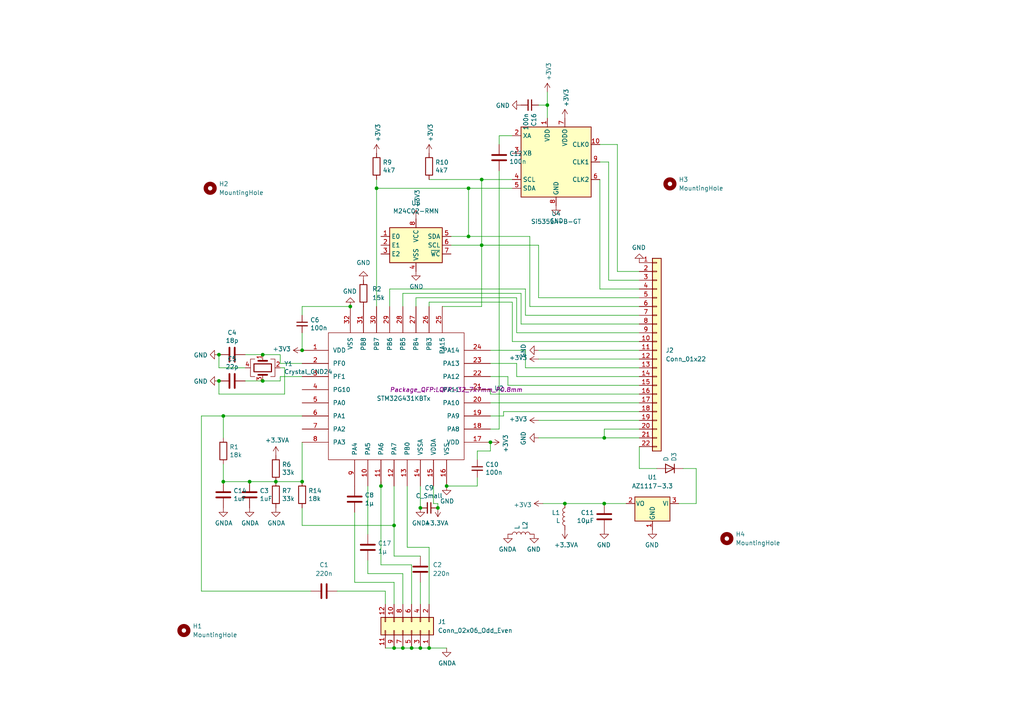
<source format=kicad_sch>
(kicad_sch (version 20211123) (generator eeschema)
  (paper "A4")
  (lib_symbols
    (symbol "C_1" (pin_numbers hide) (pin_names (offset 0.254))
      (property "Reference" "C" (at 0.635 2.54 0))
      (property "Value" "C_1" (at 0.635 -2.54 0))
      (symbol "C_1_0_1"
        (polyline (pts (xy -2.032 -0.762) (xy 2.032 -0.762)) (stroke (width 0.508)))
        (polyline (pts (xy -2.032 0.762) (xy 2.032 0.762)) (stroke (width 0.508)))
      )
      (symbol "C_1_1_1"
        (pin passive line (at 0 3.81 270) (length 2.794) (name "~") (number "1"))
        (pin passive line (at 0 -3.81 90) (length 2.794) (name "~") (number "2"))
      )
    )
    (symbol "Connector_Generic:Conn_01x22" (pin_names (offset 1.016) hide)
      (property "Reference" "J" (at 0 27.94 0))
      (property "Value" "Conn_01x22" (at 0 -30.48 0))
      (symbol "Conn_01x22_1_1"
        (rectangle (start -1.27 -27.813) (end 0 -28.067) (stroke (width 0.1524)))
        (rectangle (start -1.27 -25.273) (end 0 -25.527) (stroke (width 0.1524)))
        (rectangle (start -1.27 -22.733) (end 0 -22.987) (stroke (width 0.1524)))
        (rectangle (start -1.27 -20.193) (end 0 -20.447) (stroke (width 0.1524)))
        (rectangle (start -1.27 -17.653) (end 0 -17.907) (stroke (width 0.1524)))
        (rectangle (start -1.27 -15.113) (end 0 -15.367) (stroke (width 0.1524)))
        (rectangle (start -1.27 -12.573) (end 0 -12.827) (stroke (width 0.1524)))
        (rectangle (start -1.27 -10.033) (end 0 -10.287) (stroke (width 0.1524)))
        (rectangle (start -1.27 -7.493) (end 0 -7.747) (stroke (width 0.1524)))
        (rectangle (start -1.27 -4.953) (end 0 -5.207) (stroke (width 0.1524)))
        (rectangle (start -1.27 -2.413) (end 0 -2.667) (stroke (width 0.1524)))
        (rectangle (start -1.27 0.127) (end 0 -0.127) (stroke (width 0.1524)))
        (rectangle (start -1.27 2.667) (end 0 2.413) (stroke (width 0.1524)))
        (rectangle (start -1.27 5.207) (end 0 4.953) (stroke (width 0.1524)))
        (rectangle (start -1.27 7.747) (end 0 7.493) (stroke (width 0.1524)))
        (rectangle (start -1.27 10.287) (end 0 10.033) (stroke (width 0.1524)))
        (rectangle (start -1.27 12.827) (end 0 12.573) (stroke (width 0.1524)))
        (rectangle (start -1.27 15.367) (end 0 15.113) (stroke (width 0.1524)))
        (rectangle (start -1.27 17.907) (end 0 17.653) (stroke (width 0.1524)))
        (rectangle (start -1.27 20.447) (end 0 20.193) (stroke (width 0.1524)))
        (rectangle (start -1.27 22.987) (end 0 22.733) (stroke (width 0.1524)))
        (rectangle (start -1.27 25.527) (end 0 25.273) (stroke (width 0.1524)))
        (rectangle (start -1.27 26.67) (end 1.27 -29.21) (stroke (width 0.254)) (fill (type background)))
        (pin passive line (at -5.08 25.4 0) (length 3.81) (name "Pin_1") (number "1"))
        (pin passive line (at -5.08 2.54 0) (length 3.81) (name "Pin_10") (number "10"))
        (pin passive line (at -5.08 0 0) (length 3.81) (name "Pin_11") (number "11"))
        (pin passive line (at -5.08 -2.54 0) (length 3.81) (name "Pin_12") (number "12"))
        (pin passive line (at -5.08 -5.08 0) (length 3.81) (name "Pin_13") (number "13"))
        (pin passive line (at -5.08 -7.62 0) (length 3.81) (name "Pin_14") (number "14"))
        (pin passive line (at -5.08 -10.16 0) (length 3.81) (name "Pin_15") (number "15"))
        (pin passive line (at -5.08 -12.7 0) (length 3.81) (name "Pin_16") (number "16"))
        (pin passive line (at -5.08 -15.24 0) (length 3.81) (name "Pin_17") (number "17"))
        (pin passive line (at -5.08 -17.78 0) (length 3.81) (name "Pin_18") (number "18"))
        (pin passive line (at -5.08 -20.32 0) (length 3.81) (name "Pin_19") (number "19"))
        (pin passive line (at -5.08 22.86 0) (length 3.81) (name "Pin_2") (number "2"))
        (pin passive line (at -5.08 -22.86 0) (length 3.81) (name "Pin_20") (number "20"))
        (pin passive line (at -5.08 -25.4 0) (length 3.81) (name "Pin_21") (number "21"))
        (pin passive line (at -5.08 -27.94 0) (length 3.81) (name "Pin_22") (number "22"))
        (pin passive line (at -5.08 20.32 0) (length 3.81) (name "Pin_3") (number "3"))
        (pin passive line (at -5.08 17.78 0) (length 3.81) (name "Pin_4") (number "4"))
        (pin passive line (at -5.08 15.24 0) (length 3.81) (name "Pin_5") (number "5"))
        (pin passive line (at -5.08 12.7 0) (length 3.81) (name "Pin_6") (number "6"))
        (pin passive line (at -5.08 10.16 0) (length 3.81) (name "Pin_7") (number "7"))
        (pin passive line (at -5.08 7.62 0) (length 3.81) (name "Pin_8") (number "8"))
        (pin passive line (at -5.08 5.08 0) (length 3.81) (name "Pin_9") (number "9"))
      )
    )
    (symbol "Connector_Generic:Conn_02x06_Odd_Even" (pin_names (offset 1.016) hide)
      (property "Reference" "J" (at 1.27 7.62 0))
      (property "Value" "Conn_02x06_Odd_Even" (at 1.27 -10.16 0))
      (symbol "Conn_02x06_Odd_Even_1_1"
        (rectangle (start -1.27 -7.493) (end 0 -7.747) (stroke (width 0.1524)))
        (rectangle (start -1.27 -4.953) (end 0 -5.207) (stroke (width 0.1524)))
        (rectangle (start -1.27 -2.413) (end 0 -2.667) (stroke (width 0.1524)))
        (rectangle (start -1.27 0.127) (end 0 -0.127) (stroke (width 0.1524)))
        (rectangle (start -1.27 2.667) (end 0 2.413) (stroke (width 0.1524)))
        (rectangle (start -1.27 5.207) (end 0 4.953) (stroke (width 0.1524)))
        (rectangle (start -1.27 6.35) (end 3.81 -8.89) (stroke (width 0.254)) (fill (type background)))
        (rectangle (start 3.81 -7.493) (end 2.54 -7.747) (stroke (width 0.1524)))
        (rectangle (start 3.81 -4.953) (end 2.54 -5.207) (stroke (width 0.1524)))
        (rectangle (start 3.81 -2.413) (end 2.54 -2.667) (stroke (width 0.1524)))
        (rectangle (start 3.81 0.127) (end 2.54 -0.127) (stroke (width 0.1524)))
        (rectangle (start 3.81 2.667) (end 2.54 2.413) (stroke (width 0.1524)))
        (rectangle (start 3.81 5.207) (end 2.54 4.953) (stroke (width 0.1524)))
        (pin passive line (at -5.08 5.08 0) (length 3.81) (name "Pin_1") (number "1"))
        (pin passive line (at 7.62 -5.08 180) (length 3.81) (name "Pin_10") (number "10"))
        (pin passive line (at -5.08 -7.62 0) (length 3.81) (name "Pin_11") (number "11"))
        (pin passive line (at 7.62 -7.62 180) (length 3.81) (name "Pin_12") (number "12"))
        (pin passive line (at 7.62 5.08 180) (length 3.81) (name "Pin_2") (number "2"))
        (pin passive line (at -5.08 2.54 0) (length 3.81) (name "Pin_3") (number "3"))
        (pin passive line (at 7.62 2.54 180) (length 3.81) (name "Pin_4") (number "4"))
        (pin passive line (at -5.08 0 0) (length 3.81) (name "Pin_5") (number "5"))
        (pin passive line (at 7.62 0 180) (length 3.81) (name "Pin_6") (number "6"))
        (pin passive line (at -5.08 -2.54 0) (length 3.81) (name "Pin_7") (number "7"))
        (pin passive line (at 7.62 -2.54 180) (length 3.81) (name "Pin_8") (number "8"))
        (pin passive line (at -5.08 -5.08 0) (length 3.81) (name "Pin_9") (number "9"))
      )
    )
    (symbol "Device:C" (pin_numbers hide) (pin_names (offset 0.254))
      (property "Reference" "C" (at 0.635 2.54 0))
      (property "Value" "Device_C" (at 0.635 -2.54 0))
      (symbol "C_0_1"
        (polyline (pts (xy -2.032 -0.762) (xy 2.032 -0.762)) (stroke (width 0.508)))
        (polyline (pts (xy -2.032 0.762) (xy 2.032 0.762)) (stroke (width 0.508)))
      )
      (symbol "C_1_1"
        (pin passive line (at 0 3.81 270) (length 2.794) (name "~") (number "1"))
        (pin passive line (at 0 -3.81 90) (length 2.794) (name "~") (number "2"))
      )
    )
    (symbol "Device:C_Small" (pin_numbers hide) (pin_names (offset 0.254) hide)
      (property "Reference" "C" (at 0.254 1.778 0))
      (property "Value" "Device_C_Small" (at 0.254 -2.032 0))
      (symbol "C_Small_0_1"
        (polyline (pts (xy -1.524 -0.508) (xy 1.524 -0.508)) (stroke (width 0.3302)))
        (polyline (pts (xy -1.524 0.508) (xy 1.524 0.508)) (stroke (width 0.3048)))
      )
      (symbol "C_Small_1_1"
        (pin passive line (at 0 2.54 270) (length 2.032) (name "~") (number "1"))
        (pin passive line (at 0 -2.54 90) (length 2.032) (name "~") (number "2"))
      )
    )
    (symbol "Device:Crystal_GND24" (pin_names (offset 1.016) hide)
      (property "Reference" "Y" (at 3.175 5.08 0))
      (property "Value" "Device_Crystal_GND24" (at 3.175 3.175 0))
      (symbol "Crystal_GND24_0_1"
        (rectangle (start -1.143 2.54) (end 1.143 -2.54) (stroke (width 0.3048)))
        (polyline (pts (xy -2.54 0) (xy -2.032 0)))
        (polyline (pts (xy -2.032 -1.27) (xy -2.032 1.27)) (stroke (width 0.508)))
        (polyline (pts (xy 0 -3.81) (xy 0 -3.556)))
        (polyline (pts (xy 0 3.556) (xy 0 3.81)))
        (polyline (pts (xy 2.032 -1.27) (xy 2.032 1.27)) (stroke (width 0.508)))
        (polyline (pts (xy 2.032 0) (xy 2.54 0)))
        (polyline (pts (xy -2.54 -2.286) (xy -2.54 -3.556) (xy 2.54 -3.556) (xy 2.54 -2.286)))
        (polyline (pts (xy -2.54 2.286) (xy -2.54 3.556) (xy 2.54 3.556) (xy 2.54 2.286)))
      )
      (symbol "Crystal_GND24_1_1"
        (pin passive line (at -3.81 0 0) (length 1.27) (name "1") (number "1"))
        (pin passive line (at 0 5.08 270) (length 1.27) (name "2") (number "2"))
        (pin passive line (at 3.81 0 180) (length 1.27) (name "3") (number "3"))
        (pin passive line (at 0 -5.08 90) (length 1.27) (name "4") (number "4"))
      )
    )
    (symbol "Device:D" (pin_numbers hide) (pin_names (offset 1.016) hide)
      (property "Reference" "D" (at 0 2.54 0))
      (property "Value" "Device_D" (at 0 -2.54 0))
      (symbol "D_0_1"
        (polyline (pts (xy -1.27 1.27) (xy -1.27 -1.27)) (stroke (width 0.254)))
        (polyline (pts (xy 1.27 0) (xy -1.27 0)))
        (polyline (pts (xy 1.27 1.27) (xy 1.27 -1.27) (xy -1.27 0) (xy 1.27 1.27)) (stroke (width 0.254)))
      )
      (symbol "D_1_1"
        (pin passive line (at -3.81 0 0) (length 2.54) (name "K") (number "1"))
        (pin passive line (at 3.81 0 180) (length 2.54) (name "A") (number "2"))
      )
    )
    (symbol "Device:L" (pin_numbers hide) (pin_names (offset 1.016) hide)
      (property "Reference" "L" (at -1.27 0 90))
      (property "Value" "Device_L" (at 1.905 0 90))
      (symbol "L_0_1"
        (arc (start 0 -2.54) (mid 0.635 -1.905) (end 0 -1.27))
        (arc (start 0 -1.27) (mid 0.635 -0.635) (end 0 0))
        (arc (start 0 0) (mid 0.635 0.635) (end 0 1.27))
        (arc (start 0 1.27) (mid 0.635 1.905) (end 0 2.54))
      )
      (symbol "L_1_1"
        (pin passive line (at 0 3.81 270) (length 1.27) (name "1") (number "1"))
        (pin passive line (at 0 -3.81 90) (length 1.27) (name "2") (number "2"))
      )
    )
    (symbol "Device:R" (pin_numbers hide) (pin_names (offset 0))
      (property "Reference" "R" (at 2.032 0 90))
      (property "Value" "Device_R" (at 0 0 90))
      (symbol "R_0_1"
        (rectangle (start -1.016 -2.54) (end 1.016 2.54) (stroke (width 0.254)))
      )
      (symbol "R_1_1"
        (pin passive line (at 0 3.81 270) (length 1.27) (name "~") (number "1"))
        (pin passive line (at 0 -3.81 90) (length 1.27) (name "~") (number "2"))
      )
    )
    (symbol "GND_1" (power) (pin_names (offset 0))
      (property "Value" "GND_1" (at 0 -3.81 0))
      (symbol "GND_1_0_1"
        (polyline (pts (xy 0 0) (xy 0 -1.27) (xy 1.27 -1.27) (xy 0 -2.54) (xy -1.27 -1.27) (xy 0 -1.27)))
      )
      (symbol "GND_1_1_1"
        (pin power_in line (at 0 0 270) (length 0) hide (name "GND") (number "1"))
      )
    )
    (symbol "Mechanical:MountingHole" (pin_names (offset 1.016))
      (property "Reference" "H" (at 0 5.08 0))
      (property "Value" "MountingHole" (at 0 3.175 0))
      (symbol "MountingHole_0_1"
        (circle (center 0 0) (radius 1.27) (stroke (width 1.27)))
      )
    )
    (symbol "Memory_EEPROM:M24C02-RMN"
      (property "Reference" "U" (at -6.35 6.35 0))
      (property "Value" "Memory_EEPROM_M24C02-RMN" (at 7.62 6.35 0))
      (symbol "M24C02-RMN_0_1"
        (rectangle (start -7.62 5.08) (end 7.62 -5.08) (stroke (width 0.254)) (fill (type background)))
      )
      (symbol "M24C02-RMN_1_1"
        (pin input line (at -10.16 2.54 0) (length 2.54) (name "E0") (number "1"))
        (pin input line (at -10.16 0 0) (length 2.54) (name "E1") (number "2"))
        (pin input line (at -10.16 -2.54 0) (length 2.54) (name "E2") (number "3"))
        (pin power_in line (at 0 -7.62 90) (length 2.54) (name "VSS") (number "4"))
        (pin bidirectional line (at 10.16 2.54 180) (length 2.54) (name "SDA") (number "5"))
        (pin input line (at 10.16 0 180) (length 2.54) (name "SCL") (number "6"))
        (pin input line (at 10.16 -2.54 180) (length 2.54) (name "~{WC}") (number "7"))
        (pin power_in line (at 0 7.62 270) (length 2.54) (name "VCC") (number "8"))
      )
    )
    (symbol "Oscillator:Si5351A-B-GT"
      (property "Reference" "U" (at -8.89 11.43 0))
      (property "Value" "Oscillator_Si5351A-B-GT" (at -12.7 -12.7 0))
      (symbol "Si5351A-B-GT_0_1"
        (rectangle (start -10.16 10.16) (end 10.16 -10.16) (stroke (width 0.254)) (fill (type background)))
      )
      (symbol "Si5351A-B-GT_1_1"
        (pin power_in line (at -2.54 12.7 270) (length 2.54) (name "VDD") (number "1"))
        (pin output line (at 12.7 5.08 180) (length 2.54) (name "CLK0") (number "10"))
        (pin input line (at -12.7 7.62 0) (length 2.54) (name "XA") (number "2"))
        (pin input line (at -12.7 2.54 0) (length 2.54) (name "XB") (number "3"))
        (pin input line (at -12.7 -5.08 0) (length 2.54) (name "SCL") (number "4"))
        (pin bidirectional line (at -12.7 -7.62 0) (length 2.54) (name "SDA") (number "5"))
        (pin output line (at 12.7 -5.08 180) (length 2.54) (name "CLK2") (number "6"))
        (pin power_in line (at 2.54 12.7 270) (length 2.54) (name "VDDO") (number "7"))
        (pin power_in line (at 0 -12.7 90) (length 2.54) (name "GND") (number "8"))
        (pin output line (at 12.7 0 180) (length 2.54) (name "CLK1") (number "9"))
      )
    )
    (symbol "R_1" (pin_numbers hide) (pin_names (offset 0))
      (property "Reference" "R" (at 2.032 0 90))
      (property "Value" "R_1" (at 0 0 90))
      (symbol "R_1_0_1"
        (rectangle (start -1.016 -2.54) (end 1.016 2.54) (stroke (width 0.254)))
      )
      (symbol "R_1_1_1"
        (pin passive line (at 0 3.81 270) (length 1.27) (name "~") (number "1"))
        (pin passive line (at 0 -3.81 90) (length 1.27) (name "~") (number "2"))
      )
    )
    (symbol "Regulator_Linear:AZ1117-3.3" (pin_names (offset 0.254))
      (property "Reference" "U" (at -3.81 3.175 0))
      (property "Value" "AZ1117-3.3" (at 0 3.175 0))
      (symbol "AZ1117-3.3_0_1"
        (rectangle (start -5.08 1.905) (end 5.08 -5.08) (stroke (width 0.254)) (fill (type background)))
      )
      (symbol "AZ1117-3.3_1_1"
        (pin power_in line (at 0 -7.62 90) (length 2.54) (name "GND") (number "1"))
        (pin power_out line (at 7.62 0 180) (length 2.54) (name "VO") (number "2"))
        (pin power_in line (at -7.62 0 0) (length 2.54) (name "VI") (number "3"))
      )
    )
    (symbol "cesco:STM32G431KBTx" (pin_names (offset 1.27))
      (property "Reference" "U" (at 0 2.54 0))
      (property "Value" "cesco_STM32G431KBTx" (at 0 -2.54 0))
      (property "Footprint" "LQFP32" (at 0 -5.08 0))
      (symbol "STM32G431KBTx_0_1"
        (rectangle (start -21.59 19.05) (end 17.78 -17.78))
      )
      (symbol "STM32G431KBTx_1_1"
        (pin power_in line (at -29.21 13.97 0) (length 7.62) (name "VDD") (number "1"))
        (pin bidirectional line (at -10.16 -25.4 90) (length 7.62) (name "PA5") (number "10"))
        (pin bidirectional line (at -6.35 -25.4 90) (length 7.62) (name "PA6") (number "11"))
        (pin bidirectional line (at -2.54 -25.4 90) (length 7.62) (name "PA7") (number "12"))
        (pin bidirectional line (at 1.27 -25.4 90) (length 7.62) (name "PB0") (number "13"))
        (pin power_in line (at 5.08 -25.4 90) (length 7.62) (name "VSSA") (number "14"))
        (pin power_in line (at 8.89 -25.4 90) (length 7.62) (name "VDDA") (number "15"))
        (pin power_in line (at 12.7 -25.4 90) (length 7.62) (name "VSS") (number "16"))
        (pin power_in line (at 25.4 -12.7 180) (length 7.62) (name "VDD") (number "17"))
        (pin bidirectional line (at 25.4 -8.89 180) (length 7.62) (name "PA8") (number "18"))
        (pin bidirectional line (at 25.4 -5.08 180) (length 7.62) (name "PA9") (number "19"))
        (pin bidirectional line (at -29.21 10.16 0) (length 7.62) (name "PF0") (number "2"))
        (pin bidirectional line (at 25.4 -1.27 180) (length 7.62) (name "PA10") (number "20"))
        (pin bidirectional line (at 25.4 2.54 180) (length 7.62) (name "PA11") (number "21"))
        (pin bidirectional line (at 25.4 6.35 180) (length 7.62) (name "PA12") (number "22"))
        (pin bidirectional line (at 25.4 10.16 180) (length 7.62) (name "PA13") (number "23"))
        (pin bidirectional line (at 25.4 13.97 180) (length 7.62) (name "PA14") (number "24"))
        (pin bidirectional line (at 11.43 26.67 270) (length 7.62) (name "PA15") (number "25"))
        (pin bidirectional line (at 7.62 26.67 270) (length 7.62) (name "PB3") (number "26"))
        (pin bidirectional line (at 3.81 26.67 270) (length 7.62) (name "PB4") (number "27"))
        (pin bidirectional line (at 0 26.67 270) (length 7.62) (name "PB5") (number "28"))
        (pin bidirectional line (at -3.81 26.67 270) (length 7.62) (name "PB6") (number "29"))
        (pin bidirectional line (at -29.21 6.35 0) (length 7.62) (name "PF1") (number "3"))
        (pin bidirectional line (at -7.62 26.67 270) (length 7.62) (name "PB7") (number "30"))
        (pin bidirectional line (at -11.43 26.67 270) (length 7.62) (name "PB8") (number "31"))
        (pin power_in line (at -15.24 26.67 270) (length 7.62) (name "VSS") (number "32"))
        (pin bidirectional line (at -29.21 2.54 0) (length 7.62) (name "PG10") (number "4"))
        (pin bidirectional line (at -29.21 -1.27 0) (length 7.62) (name "PA0") (number "5"))
        (pin bidirectional line (at -29.21 -5.08 0) (length 7.62) (name "PA1") (number "6"))
        (pin bidirectional line (at -29.21 -8.89 0) (length 7.62) (name "PA2") (number "7"))
        (pin bidirectional line (at -29.21 -12.7 0) (length 7.62) (name "PA3") (number "8"))
        (pin bidirectional line (at -13.97 -25.4 90) (length 7.62) (name "PA4") (number "9"))
      )
    )
    (symbol "power:+3.3V" (power) (pin_names (offset 0))
      (property "Value" "power_+3.3V" (at 0 3.556 0))
      (symbol "+3.3V_0_1"
        (polyline (pts (xy -0.762 1.27) (xy 0 2.54)))
        (polyline (pts (xy 0 0) (xy 0 2.54)))
        (polyline (pts (xy 0 2.54) (xy 0.762 1.27)))
      )
      (symbol "+3.3V_1_1"
        (pin power_in line (at 0 0 90) (length 0) hide (name "+3V3") (number "1"))
      )
    )
    (symbol "power:+3.3VA" (power) (pin_names (offset 0))
      (property "Value" "power_+3.3VA" (at 0 3.556 0))
      (symbol "+3.3VA_0_1"
        (polyline (pts (xy -0.762 1.27) (xy 0 2.54)))
        (polyline (pts (xy 0 0) (xy 0 2.54)))
        (polyline (pts (xy 0 2.54) (xy 0.762 1.27)))
      )
      (symbol "+3.3VA_1_1"
        (pin power_in line (at 0 0 90) (length 0) hide (name "+3.3VA") (number "1"))
      )
    )
    (symbol "power:GND" (power) (pin_names (offset 0))
      (property "Value" "power_GND" (at 0 -3.81 0))
      (symbol "GND_0_1"
        (polyline (pts (xy 0 0) (xy 0 -1.27) (xy 1.27 -1.27) (xy 0 -2.54) (xy -1.27 -1.27) (xy 0 -1.27)))
      )
      (symbol "GND_1_1"
        (pin power_in line (at 0 0 270) (length 0) hide (name "GND") (number "1"))
      )
    )
    (symbol "power:GNDA" (power) (pin_names (offset 0))
      (property "Value" "power_GNDA" (at 0 -3.81 0))
      (symbol "GNDA_0_1"
        (polyline (pts (xy 0 0) (xy 0 -1.27) (xy 1.27 -1.27) (xy 0 -2.54) (xy -1.27 -1.27) (xy 0 -1.27)))
      )
      (symbol "GNDA_1_1"
        (pin power_in line (at 0 0 270) (length 0) hide (name "GNDA") (number "1"))
      )
    )
  )
  (junction (at 109.22 54.61))
  (junction (at 64.77 139.7))
  (junction (at 63.5 102.87))
  (junction (at 64.77 120.65))
  (junction (at 124.46 187.96))
  (junction (at 142.24 128.27))
  (junction (at 76.2 102.87))
  (junction (at 163.83 146.05))
  (junction (at 127 147.32))
  (junction (at 110.49 140.97))
  (junction (at 135.89 54.61))
  (junction (at 116.84 187.96))
  (junction (at 72.39 139.7))
  (junction (at 114.3 187.96))
  (junction (at 158.75 30.48))
  (junction (at 139.7 52.07))
  (junction (at 87.63 101.6))
  (junction (at 139.7 71.12))
  (junction (at 76.2 110.49))
  (junction (at 121.92 147.32))
  (junction (at 63.5 110.49))
  (junction (at 119.38 187.96))
  (junction (at 121.92 187.96))
  (junction (at 129.54 140.97))
  (junction (at 80.01 139.7))
  (junction (at 114.3 152.4))
  (junction (at 87.63 139.7))
  (junction (at 101.6 88.9))
  (junction (at 175.26 146.05))
  (junction (at 135.89 68.58))
  (junction (at 175.26 127))
  (wire (pts (xy 175.26 146.05) (xy 163.83 146.05)))
  (wire (pts (xy 58.42 120.65) (xy 64.77 120.65)))
  (wire (pts (xy 198.12 135.89) (xy 201.93 135.89)))
  (wire (pts (xy 80.01 139.7) (xy 87.63 139.7)))
  (wire (pts (xy 82.55 106.68) (xy 82.55 114.3)))
  (wire (pts (xy 147.32 109.22) (xy 142.24 109.22)))
  (wire (pts (xy 124.46 158.75) (xy 124.46 175.26)))
  (wire (pts (xy 138.43 140.97) (xy 138.43 138.43)))
  (wire (pts (xy 129.54 140.97) (xy 138.43 140.97)))
  (wire (pts (xy 118.11 158.75) (xy 124.46 158.75)))
  (wire (pts (xy 109.22 54.61) (xy 135.89 54.61)))
  (wire (pts (xy 76.2 110.49) (xy 81.28 110.49)))
  (wire (pts (xy 152.4 91.44) (xy 185.42 91.44)))
  (wire (pts (xy 106.68 162.56) (xy 106.68 166.37)))
  (wire (pts (xy 153.67 88.9) (xy 153.67 68.58)))
  (wire (pts (xy 142.24 130.81) (xy 142.24 128.27)))
  (wire (pts (xy 58.42 120.65) (xy 58.42 171.45)))
  (wire (pts (xy 87.63 128.27) (xy 87.63 139.7)))
  (wire (pts (xy 179.07 78.74) (xy 185.42 78.74)))
  (wire (pts (xy 142.24 101.6) (xy 152.4 101.6)))
  (wire (pts (xy 135.89 68.58) (xy 130.81 68.58)))
  (wire (pts (xy 87.63 91.44) (xy 87.63 88.9)))
  (wire (pts (xy 87.63 147.32) (xy 87.63 152.4)))
  (wire (pts (xy 138.43 133.35) (xy 138.43 130.81)))
  (wire (pts (xy 148.59 39.37) (xy 144.78 39.37)))
  (wire (pts (xy 82.55 114.3) (xy 63.5 114.3)))
  (wire (pts (xy 113.03 83.82) (xy 152.4 83.82)))
  (wire (pts (xy 139.7 71.12) (xy 156.21 71.12)))
  (wire (pts (xy 63.5 106.68) (xy 63.5 102.87)))
  (wire (pts (xy 185.42 81.28) (xy 176.53 81.28)))
  (wire (pts (xy 185.42 135.89) (xy 190.5 135.89)))
  (wire (pts (xy 144.78 49.53) (xy 144.78 124.46)))
  (wire (pts (xy 81.28 106.68) (xy 82.55 106.68)))
  (wire (pts (xy 185.42 86.36) (xy 156.21 86.36)))
  (wire (pts (xy 158.75 26.67) (xy 158.75 30.48)))
  (wire (pts (xy 127 146.05) (xy 127 147.32)))
  (wire (pts (xy 116.84 187.96) (xy 119.38 187.96)))
  (wire (pts (xy 116.84 85.09) (xy 151.13 85.09)))
  (wire (pts (xy 76.2 102.87) (xy 81.28 102.87)))
  (wire (pts (xy 148.59 87.63) (xy 148.59 99.06)))
  (wire (pts (xy 114.3 161.29) (xy 121.92 161.29)))
  (wire (pts (xy 142.24 120.65) (xy 146.05 120.65)))
  (wire (pts (xy 87.63 105.41) (xy 81.28 105.41)))
  (wire (pts (xy 149.86 109.22) (xy 185.42 109.22)))
  (wire (pts (xy 124.46 87.63) (xy 148.59 87.63)))
  (wire (pts (xy 139.7 52.07) (xy 139.7 71.12)))
  (wire (pts (xy 175.26 146.05) (xy 181.61 146.05)))
  (wire (pts (xy 64.77 139.7) (xy 72.39 139.7)))
  (wire (pts (xy 156.21 86.36) (xy 156.21 71.12)))
  (wire (pts (xy 146.05 120.65) (xy 146.05 119.38)))
  (wire (pts (xy 176.53 81.28) (xy 176.53 46.99)))
  (wire (pts (xy 116.84 166.37) (xy 116.84 175.26)))
  (wire (pts (xy 72.39 139.7) (xy 80.01 139.7)))
  (wire (pts (xy 102.87 148.59) (xy 102.87 168.91)))
  (wire (pts (xy 152.4 101.6) (xy 152.4 106.68)))
  (wire (pts (xy 156.21 101.6) (xy 185.42 101.6)))
  (wire (pts (xy 152.4 83.82) (xy 152.4 91.44)))
  (wire (pts (xy 175.26 124.46) (xy 185.42 124.46)))
  (wire (pts (xy 147.32 111.76) (xy 147.32 109.22)))
  (wire (pts (xy 71.12 106.68) (xy 63.5 106.68)))
  (wire (pts (xy 114.3 187.96) (xy 116.84 187.96)))
  (wire (pts (xy 173.99 52.07) (xy 173.99 83.82)))
  (wire (pts (xy 124.46 52.07) (xy 139.7 52.07)))
  (wire (pts (xy 138.43 130.81) (xy 142.24 130.81)))
  (wire (pts (xy 139.7 88.9) (xy 139.7 71.12)))
  (wire (pts (xy 144.78 39.37) (xy 144.78 41.91)))
  (wire (pts (xy 121.92 187.96) (xy 124.46 187.96)))
  (wire (pts (xy 173.99 41.91) (xy 179.07 41.91)))
  (wire (pts (xy 139.7 52.07) (xy 148.59 52.07)))
  (wire (pts (xy 151.13 93.98) (xy 185.42 93.98)))
  (wire (pts (xy 111.76 171.45) (xy 111.76 175.26)))
  (wire (pts (xy 121.92 147.32) (xy 121.92 140.97)))
  (wire (pts (xy 156.21 121.92) (xy 185.42 121.92)))
  (wire (pts (xy 114.3 168.91) (xy 114.3 175.26)))
  (wire (pts (xy 156.21 104.14) (xy 185.42 104.14)))
  (wire (pts (xy 124.46 88.9) (xy 124.46 87.63)))
  (wire (pts (xy 149.86 105.41) (xy 149.86 109.22)))
  (wire (pts (xy 64.77 134.62) (xy 64.77 139.7)))
  (wire (pts (xy 71.12 102.87) (xy 76.2 102.87)))
  (wire (pts (xy 124.46 187.96) (xy 129.54 187.96)))
  (wire (pts (xy 106.68 166.37) (xy 116.84 166.37)))
  (wire (pts (xy 87.63 88.9) (xy 101.6 88.9)))
  (wire (pts (xy 102.87 168.91) (xy 114.3 168.91)))
  (wire (pts (xy 146.05 119.38) (xy 185.42 119.38)))
  (wire (pts (xy 128.27 88.9) (xy 139.7 88.9)))
  (wire (pts (xy 151.13 85.09) (xy 151.13 93.98)))
  (wire (pts (xy 135.89 54.61) (xy 148.59 54.61)))
  (wire (pts (xy 125.73 146.05) (xy 127 146.05)))
  (wire (pts (xy 121.92 168.91) (xy 121.92 175.26)))
  (wire (pts (xy 110.49 163.83) (xy 119.38 163.83)))
  (wire (pts (xy 148.59 99.06) (xy 185.42 99.06)))
  (wire (pts (xy 109.22 52.07) (xy 109.22 54.61)))
  (wire (pts (xy 63.5 114.3) (xy 63.5 110.49)))
  (wire (pts (xy 149.86 86.36) (xy 149.86 96.52)))
  (wire (pts (xy 175.26 127) (xy 185.42 127)))
  (wire (pts (xy 173.99 83.82) (xy 185.42 83.82)))
  (wire (pts (xy 119.38 187.96) (xy 121.92 187.96)))
  (wire (pts (xy 114.3 140.97) (xy 114.3 152.4)))
  (wire (pts (xy 109.22 88.9) (xy 109.22 54.61)))
  (wire (pts (xy 119.38 163.83) (xy 119.38 175.26)))
  (wire (pts (xy 120.65 86.36) (xy 149.86 86.36)))
  (wire (pts (xy 87.63 152.4) (xy 114.3 152.4)))
  (wire (pts (xy 142.24 114.3) (xy 185.42 114.3)))
  (wire (pts (xy 81.28 110.49) (xy 81.28 109.22)))
  (wire (pts (xy 185.42 129.54) (xy 185.42 135.89)))
  (wire (pts (xy 120.65 88.9) (xy 120.65 86.36)))
  (wire (pts (xy 152.4 106.68) (xy 185.42 106.68)))
  (wire (pts (xy 179.07 41.91) (xy 179.07 78.74)))
  (wire (pts (xy 175.26 127) (xy 175.26 124.46)))
  (wire (pts (xy 97.79 171.45) (xy 111.76 171.45)))
  (wire (pts (xy 110.49 139.7) (xy 110.49 140.97)))
  (wire (pts (xy 81.28 105.41) (xy 81.28 102.87)))
  (wire (pts (xy 135.89 54.61) (xy 135.89 68.58)))
  (wire (pts (xy 64.77 120.65) (xy 64.77 127)))
  (wire (pts (xy 106.68 140.97) (xy 106.68 154.94)))
  (wire (pts (xy 114.3 152.4) (xy 114.3 161.29)))
  (wire (pts (xy 81.28 109.22) (xy 87.63 109.22)))
  (wire (pts (xy 116.84 88.9) (xy 116.84 85.09)))
  (wire (pts (xy 142.24 116.84) (xy 185.42 116.84)))
  (wire (pts (xy 64.77 120.65) (xy 87.63 120.65)))
  (wire (pts (xy 142.24 124.46) (xy 144.78 124.46)))
  (wire (pts (xy 142.24 113.03) (xy 142.24 114.3)))
  (wire (pts (xy 201.93 135.89) (xy 201.93 146.05)))
  (wire (pts (xy 58.42 171.45) (xy 90.17 171.45)))
  (wire (pts (xy 87.63 101.6) (xy 87.63 96.52)))
  (wire (pts (xy 147.32 111.76) (xy 185.42 111.76)))
  (wire (pts (xy 71.12 110.49) (xy 76.2 110.49)))
  (wire (pts (xy 142.24 105.41) (xy 149.86 105.41)))
  (wire (pts (xy 176.53 46.99) (xy 173.99 46.99)))
  (wire (pts (xy 111.76 187.96) (xy 114.3 187.96)))
  (wire (pts (xy 149.86 96.52) (xy 185.42 96.52)))
  (wire (pts (xy 125.73 140.97) (xy 125.73 146.05)))
  (wire (pts (xy 163.83 146.05) (xy 157.48 146.05)))
  (wire (pts (xy 201.93 146.05) (xy 196.85 146.05)))
  (wire (pts (xy 110.49 140.97) (xy 110.49 163.83)))
  (wire (pts (xy 135.89 68.58) (xy 153.67 68.58)))
  (wire (pts (xy 113.03 88.9) (xy 113.03 83.82)))
  (wire (pts (xy 185.42 88.9) (xy 153.67 88.9)))
  (wire (pts (xy 139.7 71.12) (xy 130.81 71.12)))
  (wire (pts (xy 156.21 127) (xy 175.26 127)))
  (wire (pts (xy 118.11 140.97) (xy 118.11 158.75)))
  (wire (pts (xy 156.21 30.48) (xy 158.75 30.48)))
  (wire (pts (xy 158.75 30.48) (xy 158.75 34.29)))
  (symbol (lib_id "Device:C") (at 67.31 102.87 270) (unit 1)
    (property "Reference" "C4" (at 67.31 96.4692 90))
    (property "Value" "18p" (at 67.31 98.7806 90))
    (property "Footprint" "Capacitor_SMD:C_0805_2012Metric_Pad1.18x1.45mm_HandSolder" (effects hide))
  )
  (symbol (lib_id "Device:C") (at 67.31 110.49 270) (unit 1)
    (property "Reference" "C5" (at 67.31 104.0892 90))
    (property "Value" "22p" (at 67.31 106.4006 90))
    (property "Footprint" "Capacitor_SMD:C_0805_2012Metric_Pad1.18x1.45mm_HandSolder" (effects hide))
  )
  (symbol (lib_id "power:GND") (at 63.5 102.87 270) (unit 1)
    (property "Reference" "#PWR03" (effects hide))
    (property "Value" "GND" (at 60.2488 102.997 90) (effects (justify right)))
  )
  (symbol (lib_id "power:GND") (at 63.5 110.49 270) (unit 1)
    (property "Reference" "#PWR04" (effects hide))
    (property "Value" "GND" (at 60.2488 110.617 90) (effects (justify right)))
  )
  (symbol (lib_id "power:+3.3V") (at 142.24 128.27 270) (unit 1)
    (property "Reference" "#PWR016" (effects hide))
    (property "Value" "+3.3V" (at 146.6342 128.651 0))
  )
  (symbol (lib_id "Device:C_Small") (at 124.46 147.32 270) (unit 1)
    (property "Reference" "C9" (at 124.46 141.5034 90))
    (property "Value" "C_Small" (at 124.46 143.8148 90))
    (property "Footprint" "Capacitor_SMD:C_1206_3216Metric_Pad1.33x1.80mm_HandSolder" (effects hide))
  )
  (symbol (lib_id "Device:C_Small") (at 138.43 135.89 0) (unit 1)
    (property "Reference" "C10" (at 140.7668 134.7216 0) (effects (justify left)))
    (property "Value" "100n" (at 140.7668 137.033 0) (effects (justify left)))
    (property "Footprint" "Capacitor_SMD:C_1206_3216Metric_Pad1.33x1.80mm_HandSolder" (effects hide))
  )
  (symbol (lib_id "Device:C_Small") (at 87.63 93.98 0) (unit 1)
    (property "Reference" "C6" (at 89.9668 92.8116 0) (effects (justify left)))
    (property "Value" "100n" (at 89.9668 95.123 0) (effects (justify left)))
    (property "Footprint" "Capacitor_SMD:C_1206_3216Metric_Pad1.33x1.80mm_HandSolder" (effects hide))
  )
  (symbol (lib_id "power:+3.3V") (at 157.48 146.05 90) (mirror x) (unit 1)
    (property "Reference" "#PWR0102" (effects hide))
    (property "Value" "+3.3V" (at 154.2288 146.431 90) (effects (justify left)))
  )
  (symbol (lib_id "Device:C") (at 175.26 149.86 0) (mirror y) (unit 1)
    (property "Reference" "C11" (at 172.339 148.6916 0) (effects (justify left)))
    (property "Value" "10µF" (at 172.339 151.003 0) (effects (justify left)))
    (property "Footprint" "Capacitor_SMD:C_1210_3225Metric_Pad1.33x2.70mm_HandSolder" (effects hide))
  )
  (symbol (lib_id "power:GND") (at 175.26 153.67 0) (mirror y) (unit 1)
    (property "Reference" "#PWR0103" (effects hide))
    (property "Value" "GND" (at 175.133 158.0642 0))
  )
  (symbol (lib_id "power:GND") (at 189.23 153.67 0) (mirror y) (unit 1)
    (property "Reference" "#PWR0104" (effects hide))
    (property "Value" "GND" (at 189.103 158.0642 0))
  )
  (symbol (lib_id "cesco:STM32G431KBTx") (at 116.84 115.57 0) (unit 1)
    (property "Reference" "U2" (at 143.3576 112.6236 0) (effects (justify left)))
    (property "Value" "STM32G431KBTx" (at 109.22 115.57 0) (effects (justify left)))
    (property "Footprint" "Package_QFP:LQFP-32_7x7mm_P0.8mm" (at 113.03 113.03 0) (effects (font italic) (justify left)))
  )
  (symbol (lib_id "Device:L") (at 163.83 149.86 0) (mirror y) (unit 1)
    (property "Reference" "L1" (at 162.4838 148.6916 0) (effects (justify left)))
    (property "Value" "L" (at 162.4838 151.003 0) (effects (justify left)))
    (property "Footprint" "Inductor_SMD:L_1210_3225Metric_Pad1.42x2.65mm_HandSolder" (effects hide))
  )
  (symbol (lib_id "power:+3.3V") (at 87.63 101.6 90) (unit 1)
    (property "Reference" "#PWR09" (effects hide))
    (property "Value" "+3.3V" (at 84.3788 101.219 90) (effects (justify left)))
  )
  (symbol (lib_id "power:GND") (at 101.6 88.9 180) (unit 1)
    (property "Reference" "#PWR011" (effects hide))
    (property "Value" "GND" (at 101.473 84.5058 0))
  )
  (symbol (lib_id "power:GND") (at 129.54 140.97 0) (unit 1)
    (property "Reference" "#PWR015" (effects hide))
    (property "Value" "GND" (at 129.667 145.3642 0))
  )
  (symbol (lib_id "power:+3.3V") (at 156.21 121.92 90) (unit 1)
    (property "Reference" "#PWR019" (effects hide))
    (property "Value" "+3.3V" (at 152.9588 121.539 90) (effects (justify left)))
  )
  (symbol (lib_id "power:GND") (at 156.21 101.6 270) (unit 1)
    (property "Reference" "#PWR018" (effects hide))
    (property "Value" "GND" (at 151.8158 101.727 0))
  )
  (symbol (lib_id "power:+3.3V") (at 156.21 104.14 90) (unit 1)
    (property "Reference" "#PWR017" (effects hide))
    (property "Value" "+3.3V" (at 152.9588 103.759 90) (effects (justify left)))
  )
  (symbol (lib_id "Device:R") (at 80.01 143.51 0) (unit 1)
    (property "Reference" "R7" (at 81.788 142.3416 0) (effects (justify left)))
    (property "Value" "33k" (at 81.788 144.653 0) (effects (justify left)))
    (property "Footprint" "Resistor_SMD:R_0805_2012Metric_Pad1.20x1.40mm_HandSolder" (effects hide))
  )
  (symbol (lib_id "Device:R") (at 80.01 135.89 0) (unit 1)
    (property "Reference" "R6" (at 81.788 134.7216 0) (effects (justify left)))
    (property "Value" "33k" (at 81.788 137.033 0) (effects (justify left)))
    (property "Footprint" "Resistor_SMD:R_0805_2012Metric_Pad1.20x1.40mm_HandSolder" (effects hide))
  )
  (symbol (lib_id "Device:C") (at 102.87 144.78 0) (unit 1)
    (property "Reference" "C8" (at 105.791 143.6116 0) (effects (justify left)))
    (property "Value" "1µ" (at 105.791 145.923 0) (effects (justify left)))
    (property "Footprint" "Capacitor_SMD:C_1206_3216Metric_Pad1.33x1.80mm_HandSolder" (effects hide))
  )
  (symbol (lib_id "Oscillator:Si5351A-B-GT") (at 161.29 46.99 0) (unit 1)
    (property "Reference" "U4" (at 161.29 61.9506 0))
    (property "Value" "Si5351A-B-GT" (at 161.29 64.262 0))
    (property "Footprint" "Package_SO:MSOP-10_3x3mm_P0.5mm" (effects hide))
    (property "Datasheet" "https://www.silabs.com/documents/public/data-sheets/Si5351-B.pdf" (effects hide))
  )
  (symbol (lib_id "Device:R") (at 124.46 48.26 0) (unit 1)
    (property "Reference" "R10" (at 126.238 47.0916 0) (effects (justify left)))
    (property "Value" "4k7" (at 126.238 49.403 0) (effects (justify left)))
    (property "Footprint" "Resistor_SMD:R_0805_2012Metric_Pad1.20x1.40mm_HandSolder" (effects hide))
  )
  (symbol (lib_id "Device:R") (at 109.22 48.26 0) (unit 1)
    (property "Reference" "R9" (at 110.998 47.0916 0) (effects (justify left)))
    (property "Value" "4k7" (at 110.998 49.403 0) (effects (justify left)))
    (property "Footprint" "Resistor_SMD:R_0805_2012Metric_Pad1.20x1.40mm_HandSolder" (effects hide))
  )
  (symbol (lib_id "power:+3.3V") (at 109.22 44.45 0) (unit 1)
    (property "Reference" "#PWR0101" (effects hide))
    (property "Value" "+3.3V" (at 109.601 41.1988 90) (effects (justify left)))
  )
  (symbol (lib_id "power:+3.3V") (at 124.46 44.45 0) (unit 1)
    (property "Reference" "#PWR0106" (effects hide))
    (property "Value" "+3.3V" (at 124.841 41.1988 90) (effects (justify left)))
  )
  (symbol (lib_id "Memory_EEPROM:M24C02-RMN") (at 120.65 71.12 0) (unit 1)
    (property "Reference" "U5" (at 120.65 58.9026 0))
    (property "Value" "M24C02-RMN" (at 120.65 61.214 0))
    (property "Footprint" "Package_SO:SOIC-8_3.9x4.9mm_P1.27mm" (effects hide))
    (property "Datasheet" "http://www.st.com/content/ccc/resource/technical/document/datasheet/b0/d8/50/40/5a/85/49/6f/DM00071904.pdf/files/DM00071904.pdf/jcr:content/translations/en.DM00071904.pdf" (effects hide))
  )
  (symbol (lib_id "power:+3.3V") (at 120.65 63.5 0) (unit 1)
    (property "Reference" "#PWR0109" (effects hide))
    (property "Value" "+3.3V" (at 121.031 60.2488 90) (effects (justify left)))
  )
  (symbol (lib_id "power:GND") (at 120.65 78.74 0) (unit 1)
    (property "Reference" "#PWR0110" (effects hide))
    (property "Value" "GND" (at 120.777 83.1342 0))
  )
  (symbol (lib_id "Device:C") (at 144.78 45.72 0) (unit 1)
    (property "Reference" "C12" (at 147.701 44.5516 0) (effects (justify left)))
    (property "Value" "100n" (at 147.701 46.863 0) (effects (justify left)))
    (property "Footprint" "Capacitor_SMD:C_0805_2012Metric_Pad1.18x1.45mm_HandSolder" (effects hide))
  )
  (symbol (lib_id "power:GND") (at 161.29 59.69 0) (unit 1)
    (property "Reference" "#PWR0129" (effects hide))
    (property "Value" "GND" (at 161.417 64.0842 0))
  )
  (symbol (lib_id "power:+3.3V") (at 158.75 26.67 0) (unit 1)
    (property "Reference" "#PWR0130" (effects hide))
    (property "Value" "+3.3V" (at 159.131 23.4188 90) (effects (justify left)))
  )
  (symbol (lib_id "power:+3.3V") (at 163.83 34.29 0) (unit 1)
    (property "Reference" "#PWR0131" (effects hide))
    (property "Value" "+3.3V" (at 164.211 31.0388 90) (effects (justify left)))
  )
  (symbol (lib_id "Device:Crystal_GND24") (at 76.2 106.68 270) (unit 1)
    (property "Reference" "Y1" (at 82.3976 105.5116 90) (effects (justify left)))
    (property "Value" "Crystal_GND24" (at 82.3976 107.823 90) (effects (justify left)))
    (property "Footprint" "Crystal:Crystal_SMD_SeikoEpson_TSX3225-4Pin_3.2x2.5mm_HandSoldering" (effects hide))
  )
  (symbol (lib_id "Device:C") (at 64.77 143.51 0) (unit 1)
    (property "Reference" "C14" (at 67.691 142.3416 0) (effects (justify left)))
    (property "Value" "1uF" (at 67.691 144.653 0) (effects (justify left)))
    (property "Footprint" "Capacitor_SMD:C_1206_3216Metric_Pad1.33x1.80mm_HandSolder" (effects hide))
  )
  (symbol (lib_id "Device:C_Small") (at 153.67 30.48 270) (unit 1)
    (property "Reference" "C16" (at 154.8384 32.8168 0) (effects (justify left)))
    (property "Value" "100n" (at 152.527 32.8168 0) (effects (justify left)))
    (property "Footprint" "Capacitor_SMD:C_1206_3216Metric_Pad1.33x1.80mm_HandSolder" (effects hide))
  )
  (symbol (lib_id "power:GND") (at 151.13 30.48 270) (unit 1)
    (property "Reference" "#PWR0137" (effects hide))
    (property "Value" "GND" (at 147.8788 30.607 90) (effects (justify right)))
  )
  (symbol (lib_id "power:GNDA") (at 121.92 147.32 0) (unit 1)
    (property "Reference" "#PWR0111" (effects hide))
    (property "Value" "GNDA" (at 122.047 151.7142 0))
  )
  (symbol (lib_id "power:GNDA") (at 80.01 147.32 0) (unit 1)
    (property "Reference" "#PWR0112" (effects hide))
    (property "Value" "GNDA" (at 80.137 151.7142 0))
  )
  (symbol (lib_id "power:GNDA") (at 64.77 147.32 0) (unit 1)
    (property "Reference" "#PWR0113" (effects hide))
    (property "Value" "GNDA" (at 64.897 151.7142 0))
  )
  (symbol (lib_id "power:+3.3VA") (at 127 147.32 180) (unit 1)
    (property "Reference" "#PWR0119" (effects hide))
    (property "Value" "+3.3VA" (at 126.619 151.7142 0))
  )
  (symbol (lib_id "power:GND") (at 156.21 127 270) (unit 1)
    (property "Reference" "#PWR0138" (effects hide))
    (property "Value" "GND" (at 151.8158 127.127 0))
  )
  (symbol (lib_id "power:+3.3VA") (at 80.01 132.08 0) (unit 1)
    (property "Reference" "#PWR0120" (effects hide))
    (property "Value" "+3.3VA" (at 80.391 127.6858 0))
  )
  (symbol (lib_id "Device:D") (at 194.31 135.89 0) (mirror y) (unit 1)
    (property "Reference" "D3" (at 195.4784 133.858 90) (effects (justify left)))
    (property "Value" "D" (at 193.167 133.858 90) (effects (justify left)))
    (property "Footprint" "Diode_SMD:D_SOD-123" (effects hide))
  )
  (symbol (lib_id "Device:R") (at 87.63 143.51 0) (unit 1)
    (property "Reference" "R14" (at 89.408 142.3416 0) (effects (justify left)))
    (property "Value" "18k" (at 89.408 144.653 0) (effects (justify left)))
    (property "Footprint" "Resistor_SMD:R_0805_2012Metric_Pad1.20x1.40mm_HandSolder" (effects hide))
  )
  (symbol (lib_id "Device:C") (at 106.68 158.75 0) (unit 1)
    (property "Reference" "C17" (at 109.601 157.5816 0) (effects (justify left)))
    (property "Value" "1µ" (at 109.601 159.893 0) (effects (justify left)))
    (property "Footprint" "Capacitor_SMD:C_1206_3216Metric_Pad1.33x1.80mm_HandSolder" (effects hide))
  )
  (symbol (lib_id "power:+3.3VA") (at 163.83 153.67 0) (mirror x) (unit 1)
    (property "Reference" "#PWR0125" (effects hide))
    (property "Value" "+3.3VA" (at 164.211 158.0642 0))
  )
  (symbol (lib_id "Device:L") (at 151.13 154.94 270) (mirror x) (unit 1)
    (property "Reference" "L2" (at 152.2984 153.5938 0) (effects (justify left)))
    (property "Value" "L" (at 149.987 153.5938 0) (effects (justify left)))
    (property "Footprint" "Inductor_SMD:L_1210_3225Metric_Pad1.42x2.65mm_HandSolder" (effects hide))
  )
  (symbol (lib_id "power:GND") (at 154.94 154.94 0) (mirror y) (unit 1)
    (property "Reference" "#PWR0126" (effects hide))
    (property "Value" "GND" (at 154.813 159.3342 0))
  )
  (symbol (lib_id "power:GNDA") (at 147.32 154.94 0) (mirror y) (unit 1)
    (property "Reference" "#PWR0127" (effects hide))
    (property "Value" "GNDA" (at 147.193 159.3342 0))
  )
  (symbol (lib_id "power:GND") (at 185.42 76.2 180) (unit 1)
    (property "Reference" "#PWR0140" (effects hide))
    (property "Value" "GND" (at 185.293 71.8058 0))
  )
  (symbol (lib_id "Regulator_Linear:AZ1117-3.3") (at 189.23 146.05 0) (mirror y) (unit 1)
    (property "Reference" "U1" (at 189.23 138.43 0))
    (property "Value" "AZ1117-3.3" (at 189.23 140.97 0))
    (property "Footprint" "Package_TO_SOT_SMD:SOT-89-3_Handsoldering" (effects hide))
    (property "Datasheet" "https://www.diodes.com/assets/Datasheets/AZ1117.pdf" (effects hide))
  )
  (symbol (lib_id "power:GNDA") (at 129.54 187.96 0) (unit 1)
    (property "Reference" "#PWR0114" (effects hide))
    (property "Value" "GNDA" (at 129.667 192.3542 0))
  )
  (symbol (lib_id "Mechanical:MountingHole") (at 194.31 53.34 0) (unit 1)
    (property "Reference" "H3" (at 196.85 52.0699 0) (effects (justify left)))
    (property "Value" "MountingHole" (at 196.85 54.6099 0) (effects (justify left)))
    (property "Footprint" "MountingHole:MountingHole_3.2mm_M3" (effects hide))
  )
  (symbol (lib_id "power:GNDA") (at 72.39 147.32 0) (unit 1)
    (property "Reference" "#PWR0107" (effects hide))
    (property "Value" "GNDA" (at 72.517 151.7142 0))
  )
  (symbol (lib_name "R_1") (lib_id "Device:R") (at 105.41 85.09 0) (unit 1)
    (property "Reference" "R2" (at 107.95 83.8199 0) (effects (justify left)))
    (property "Value" "15k" (at 107.95 86.3599 0) (effects (justify left)))
    (property "Footprint" "Resistor_SMD:R_0805_2012Metric_Pad1.20x1.40mm_HandSolder" (effects hide))
  )
  (symbol (lib_id "Mechanical:MountingHole") (at 53.34 182.88 0) (unit 1)
    (property "Reference" "H1" (at 55.88 181.6099 0) (effects (justify left)))
    (property "Value" "MountingHole" (at 55.88 184.1499 0) (effects (justify left)))
    (property "Footprint" "MountingHole:MountingHole_3.2mm_M3" (effects hide))
  )
  (symbol (lib_id "Mechanical:MountingHole") (at 210.82 156.21 0) (unit 1)
    (property "Reference" "H4" (at 213.36 154.9399 0) (effects (justify left)))
    (property "Value" "MountingHole" (at 213.36 157.4799 0) (effects (justify left)))
    (property "Footprint" "MountingHole:MountingHole_3.2mm_M3" (effects hide))
  )
  (symbol (lib_name "C_1") (lib_id "Device:C") (at 93.98 171.45 90) (unit 1)
    (property "Reference" "C1" (at 93.98 163.83 90))
    (property "Value" "220n" (at 93.98 166.37 90))
    (property "Footprint" "Capacitor_SMD:C_1206_3216Metric_Pad1.33x1.80mm_HandSolder" (effects hide))
  )
  (symbol (lib_name "C_1") (lib_id "Device:C") (at 121.92 165.1 180) (unit 1)
    (property "Reference" "C2" (at 125.5072 163.8299 0) (effects (justify right)))
    (property "Value" "220n" (at 125.5072 166.3699 0) (effects (justify right)))
    (property "Footprint" "Capacitor_SMD:C_1206_3216Metric_Pad1.33x1.80mm_HandSolder" (effects hide))
  )
  (symbol (lib_id "Connector_Generic:Conn_01x22") (at 190.5 101.6 0) (unit 1)
    (property "Reference" "J2" (at 193.04 101.5999 0) (effects (justify left)))
    (property "Value" "Conn_01x22" (at 193.04 104.1399 0) (effects (justify left)))
    (property "Footprint" "Connector_PinSocket_1.27mm:PinSocket_1x22_P1.27mm_Vertical_SMD_Pin1Left" (effects hide))
  )
  (symbol (lib_id "Connector_Generic:Conn_02x06_Odd_Even") (at 119.38 182.88 270) (mirror x) (unit 1)
    (property "Reference" "J1" (at 127 180.3399 90) (effects (justify left)))
    (property "Value" "Conn_02x06_Odd_Even" (at 127 182.8799 90) (effects (justify left)))
    (property "Footprint" "Connector_PinSocket_1.27mm:PinSocket_2x06_P1.27mm_Vertical_SMD" (effects hide))
  )
  (symbol (lib_id "Device:C") (at 72.39 143.51 0) (unit 1)
    (property "Reference" "C3" (at 75.311 142.3416 0) (effects (justify left)))
    (property "Value" "1uF" (at 75.311 144.653 0) (effects (justify left)))
    (property "Footprint" "Capacitor_SMD:C_1206_3216Metric_Pad1.33x1.80mm_HandSolder" (effects hide))
  )
  (symbol (lib_id "Mechanical:MountingHole") (at 60.96 54.61 0) (unit 1)
    (property "Reference" "H2" (at 63.5 53.3399 0) (effects (justify left)))
    (property "Value" "MountingHole" (at 63.5 55.8799 0) (effects (justify left)))
    (property "Footprint" "MountingHole:MountingHole_3.2mm_M3" (effects hide))
  )
  (symbol (lib_id "Device:R") (at 64.77 130.81 0) (unit 1)
    (property "Reference" "R1" (at 66.548 129.6416 0) (effects (justify left)))
    (property "Value" "18k" (at 66.548 131.953 0) (effects (justify left)))
    (property "Footprint" "Resistor_SMD:R_0805_2012Metric_Pad1.20x1.40mm_HandSolder" (effects hide))
  )
  (symbol (lib_name "GND_1") (lib_id "power:GND") (at 105.41 81.28 180) (unit 1)
    (property "Reference" "#PWR0105" (effects hide))
    (property "Value" "GND" (at 105.41 76.2 0))
  )
)
</source>
